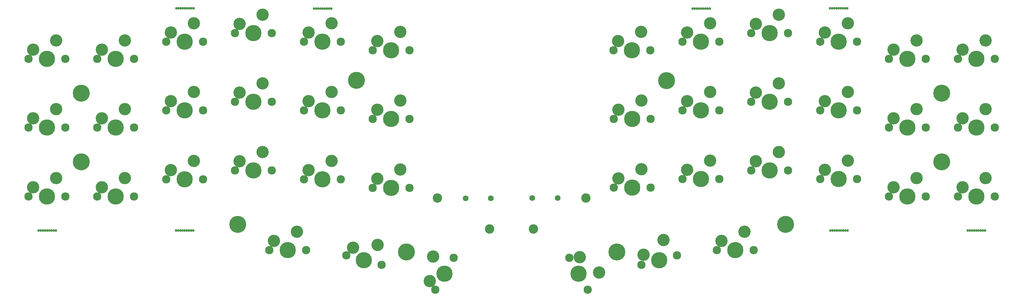
<source format=gbr>
G04 #@! TF.GenerationSoftware,KiCad,Pcbnew,5.1.5+dfsg1-2~bpo10+1*
G04 #@! TF.CreationDate,2020-11-03T09:18:59+00:00*
G04 #@! TF.ProjectId,corne-cherry,636f726e-652d-4636-9865-7272792e6b69,3.0.1*
G04 #@! TF.SameCoordinates,Original*
G04 #@! TF.FileFunction,Soldermask,Top*
G04 #@! TF.FilePolarity,Negative*
%FSLAX46Y46*%
G04 Gerber Fmt 4.6, Leading zero omitted, Abs format (unit mm)*
G04 Created by KiCad (PCBNEW 5.1.5+dfsg1-2~bpo10+1) date 2020-11-03 09:18:59*
%MOMM*%
%LPD*%
G04 APERTURE LIST*
%ADD10C,2.600000*%
%ADD11C,4.700000*%
%ADD12C,1.600000*%
%ADD13C,3.400000*%
%ADD14C,2.300000*%
%ADD15C,4.500000*%
%ADD16C,0.700000*%
G04 APERTURE END LIST*
D10*
X168850500Y-74264000D03*
D11*
X267099500Y-64265500D03*
X191144500Y-41775500D03*
X267099500Y-45265500D03*
X223955500Y-81530500D03*
D10*
X154418500Y-82785000D03*
D11*
X177389500Y-89145000D03*
D10*
X142301500Y-82775000D03*
X127869500Y-74254000D03*
D11*
X119330500Y-89135000D03*
X72764500Y-81520500D03*
X105575500Y-41765500D03*
X29607500Y-64280000D03*
X29607500Y-45280000D03*
D12*
X161037500Y-74270000D03*
X154037500Y-74270000D03*
X135634500Y-74292000D03*
X142634500Y-74292000D03*
D13*
X126728091Y-90415295D03*
X125752795Y-97184557D03*
D14*
X127317500Y-99554409D03*
X132397500Y-90755591D03*
D15*
X129857500Y-95155000D03*
D13*
X172533909Y-94809705D03*
X167159205Y-90580443D03*
D14*
X164324500Y-90750591D03*
X169404500Y-99549409D03*
D15*
X166864500Y-95150000D03*
D13*
X117647500Y-28325000D03*
X111297500Y-30865000D03*
D14*
X110027500Y-33405000D03*
X120187500Y-33405000D03*
D15*
X115107500Y-33405000D03*
D13*
X184154500Y-47320000D03*
X177804500Y-49860000D03*
D14*
X176534500Y-52400000D03*
X186694500Y-52400000D03*
D15*
X181614500Y-52400000D03*
D13*
X184154500Y-66320000D03*
X177804500Y-68860000D03*
D14*
X176534500Y-71400000D03*
X186694500Y-71400000D03*
D15*
X181614500Y-71400000D03*
D13*
X22647500Y-68700000D03*
X16297500Y-71240000D03*
D14*
X15027500Y-73780000D03*
X25187500Y-73780000D03*
D15*
X20107500Y-73780000D03*
D13*
X260154500Y-68695000D03*
X253804500Y-71235000D03*
D14*
X252534500Y-73775000D03*
X262694500Y-73775000D03*
D15*
X257614500Y-73775000D03*
D13*
X222154500Y-61570000D03*
X215804500Y-64110000D03*
D14*
X214534500Y-66650000D03*
X224694500Y-66650000D03*
D15*
X219614500Y-66650000D03*
D13*
X41647500Y-68700000D03*
X35297500Y-71240000D03*
D14*
X34027500Y-73780000D03*
X44187500Y-73780000D03*
D15*
X39107500Y-73780000D03*
D13*
X22647500Y-49700000D03*
X16297500Y-52240000D03*
D14*
X15027500Y-54780000D03*
X25187500Y-54780000D03*
D15*
X20107500Y-54780000D03*
D13*
X41647500Y-49700000D03*
X35297500Y-52240000D03*
D14*
X34027500Y-54780000D03*
X44187500Y-54780000D03*
D15*
X39107500Y-54780000D03*
D13*
X22647500Y-30700000D03*
X16297500Y-33240000D03*
D14*
X15027500Y-35780000D03*
X25187500Y-35780000D03*
D15*
X20107500Y-35780000D03*
D13*
X41647500Y-30700000D03*
X35297500Y-33240000D03*
D14*
X34027500Y-35780000D03*
X44187500Y-35780000D03*
D15*
X39107500Y-35780000D03*
D13*
X60647500Y-25950000D03*
X54297500Y-28490000D03*
D14*
X53027500Y-31030000D03*
X63187500Y-31030000D03*
D15*
X58107500Y-31030000D03*
D13*
X79647500Y-23575000D03*
X73297500Y-26115000D03*
D14*
X72027500Y-28655000D03*
X82187500Y-28655000D03*
D15*
X77107500Y-28655000D03*
D13*
X98647500Y-25950000D03*
X92297500Y-28490000D03*
D14*
X91027500Y-31030000D03*
X101187500Y-31030000D03*
D15*
X96107500Y-31030000D03*
D13*
X60647500Y-44950000D03*
X54297500Y-47490000D03*
D14*
X53027500Y-50030000D03*
X63187500Y-50030000D03*
D15*
X58107500Y-50030000D03*
D13*
X79647500Y-42575000D03*
X73297500Y-45115000D03*
D14*
X72027500Y-47655000D03*
X82187500Y-47655000D03*
D15*
X77107500Y-47655000D03*
D13*
X98647500Y-44950000D03*
X92297500Y-47490000D03*
D14*
X91027500Y-50030000D03*
X101187500Y-50030000D03*
D15*
X96107500Y-50030000D03*
D13*
X117647500Y-47325000D03*
X111297500Y-49865000D03*
D14*
X110027500Y-52405000D03*
X120187500Y-52405000D03*
D15*
X115107500Y-52405000D03*
D13*
X60647500Y-63950000D03*
X54297500Y-66490000D03*
D14*
X53027500Y-69030000D03*
X63187500Y-69030000D03*
D15*
X58107500Y-69030000D03*
D13*
X79647500Y-61575000D03*
X73297500Y-64115000D03*
D14*
X72027500Y-66655000D03*
X82187500Y-66655000D03*
D15*
X77107500Y-66655000D03*
D13*
X98647500Y-63950000D03*
X92297500Y-66490000D03*
D14*
X91027500Y-69030000D03*
X101187500Y-69030000D03*
D15*
X96107500Y-69030000D03*
D13*
X117647500Y-66325000D03*
X111297500Y-68865000D03*
D14*
X110027500Y-71405000D03*
X120187500Y-71405000D03*
D15*
X115107500Y-71405000D03*
D13*
X89147500Y-83575000D03*
X82797500Y-86115000D03*
D14*
X81527500Y-88655000D03*
X91687500Y-88655000D03*
D15*
X86607500Y-88655000D03*
D13*
X111375752Y-87155497D03*
X104584723Y-87965448D03*
D14*
X102700597Y-90090199D03*
X112514403Y-92719801D03*
D15*
X107607500Y-91405000D03*
D13*
X279154500Y-30695000D03*
X272804500Y-33235000D03*
D14*
X271534500Y-35775000D03*
X281694500Y-35775000D03*
D15*
X276614500Y-35775000D03*
D13*
X260154500Y-30695000D03*
X253804500Y-33235000D03*
D14*
X252534500Y-35775000D03*
X262694500Y-35775000D03*
D15*
X257614500Y-35775000D03*
D13*
X241154500Y-25945000D03*
X234804500Y-28485000D03*
D14*
X233534500Y-31025000D03*
X243694500Y-31025000D03*
D15*
X238614500Y-31025000D03*
D13*
X222154500Y-23570000D03*
X215804500Y-26110000D03*
D14*
X214534500Y-28650000D03*
X224694500Y-28650000D03*
D15*
X219614500Y-28650000D03*
D13*
X203154500Y-25945000D03*
X196804500Y-28485000D03*
D14*
X195534500Y-31025000D03*
X205694500Y-31025000D03*
D15*
X200614500Y-31025000D03*
D13*
X184147500Y-28325000D03*
X177797500Y-30865000D03*
D14*
X176527500Y-33405000D03*
X186687500Y-33405000D03*
D15*
X181607500Y-33405000D03*
D13*
X279154500Y-49695000D03*
X272804500Y-52235000D03*
D14*
X271534500Y-54775000D03*
X281694500Y-54775000D03*
D15*
X276614500Y-54775000D03*
D13*
X260154500Y-49695000D03*
X253804500Y-52235000D03*
D14*
X252534500Y-54775000D03*
X262694500Y-54775000D03*
D15*
X257614500Y-54775000D03*
D13*
X241154500Y-44945000D03*
X234804500Y-47485000D03*
D14*
X233534500Y-50025000D03*
X243694500Y-50025000D03*
D15*
X238614500Y-50025000D03*
D13*
X222154500Y-42570000D03*
X215804500Y-45110000D03*
D14*
X214534500Y-47650000D03*
X224694500Y-47650000D03*
D15*
X219614500Y-47650000D03*
D13*
X203154500Y-44945000D03*
X196804500Y-47485000D03*
D14*
X195534500Y-50025000D03*
X205694500Y-50025000D03*
D15*
X200614500Y-50025000D03*
D13*
X279154500Y-68695000D03*
X272804500Y-71235000D03*
D14*
X271534500Y-73775000D03*
X281694500Y-73775000D03*
D15*
X276614500Y-73775000D03*
D13*
X241154500Y-63945000D03*
X234804500Y-66485000D03*
D14*
X233534500Y-69025000D03*
X243694500Y-69025000D03*
D15*
X238614500Y-69025000D03*
D13*
X203154500Y-63945000D03*
X196804500Y-66485000D03*
D14*
X195534500Y-69025000D03*
X205694500Y-69025000D03*
D15*
X200614500Y-69025000D03*
D13*
X212654500Y-83570000D03*
X206304500Y-86110000D03*
D14*
X205034500Y-88650000D03*
X215194500Y-88650000D03*
D15*
X210114500Y-88650000D03*
D13*
X190253151Y-85835696D03*
X184776922Y-89932649D03*
D14*
X184207597Y-92714801D03*
X194021403Y-90085199D03*
D15*
X189114500Y-91400000D03*
D16*
X238649500Y-21870000D03*
X238055750Y-21870000D03*
X237462000Y-21870000D03*
X236868250Y-21870000D03*
X236274500Y-21870000D03*
X240430750Y-21870000D03*
X239243250Y-21870000D03*
X241024500Y-21870000D03*
X239837000Y-21870000D03*
X200737500Y-21885000D03*
X200143750Y-21885000D03*
X199550000Y-21885000D03*
X198956250Y-21885000D03*
X198362500Y-21885000D03*
X202518750Y-21885000D03*
X201331250Y-21885000D03*
X203112500Y-21885000D03*
X201925000Y-21885000D03*
X238741500Y-83193000D03*
X238147750Y-83193000D03*
X237554000Y-83193000D03*
X236960250Y-83193000D03*
X236366500Y-83193000D03*
X240522750Y-83193000D03*
X239335250Y-83193000D03*
X241116500Y-83193000D03*
X239929000Y-83193000D03*
X276655500Y-83183000D03*
X276061750Y-83183000D03*
X275468000Y-83183000D03*
X274874250Y-83183000D03*
X274280500Y-83183000D03*
X278436750Y-83183000D03*
X277249250Y-83183000D03*
X279030500Y-83183000D03*
X277843000Y-83183000D03*
X56936000Y-83178000D03*
X55748500Y-83178000D03*
X57529750Y-83178000D03*
X56342250Y-83178000D03*
X60498500Y-83178000D03*
X59904750Y-83178000D03*
X59311000Y-83178000D03*
X58717250Y-83178000D03*
X58123500Y-83178000D03*
X18975000Y-83176000D03*
X17787500Y-83176000D03*
X19568750Y-83176000D03*
X18381250Y-83176000D03*
X22537500Y-83176000D03*
X21943750Y-83176000D03*
X21350000Y-83176000D03*
X20756250Y-83176000D03*
X20162500Y-83176000D03*
X95020000Y-21873000D03*
X93832500Y-21873000D03*
X95613750Y-21873000D03*
X94426250Y-21873000D03*
X98582500Y-21873000D03*
X97988750Y-21873000D03*
X97395000Y-21873000D03*
X96801250Y-21873000D03*
X96207500Y-21873000D03*
X57049250Y-21869000D03*
X55861750Y-21869000D03*
X57643000Y-21869000D03*
X56455500Y-21869000D03*
X60611750Y-21869000D03*
X60018000Y-21869000D03*
X59424250Y-21869000D03*
X58830500Y-21869000D03*
X58236750Y-21869000D03*
M02*

</source>
